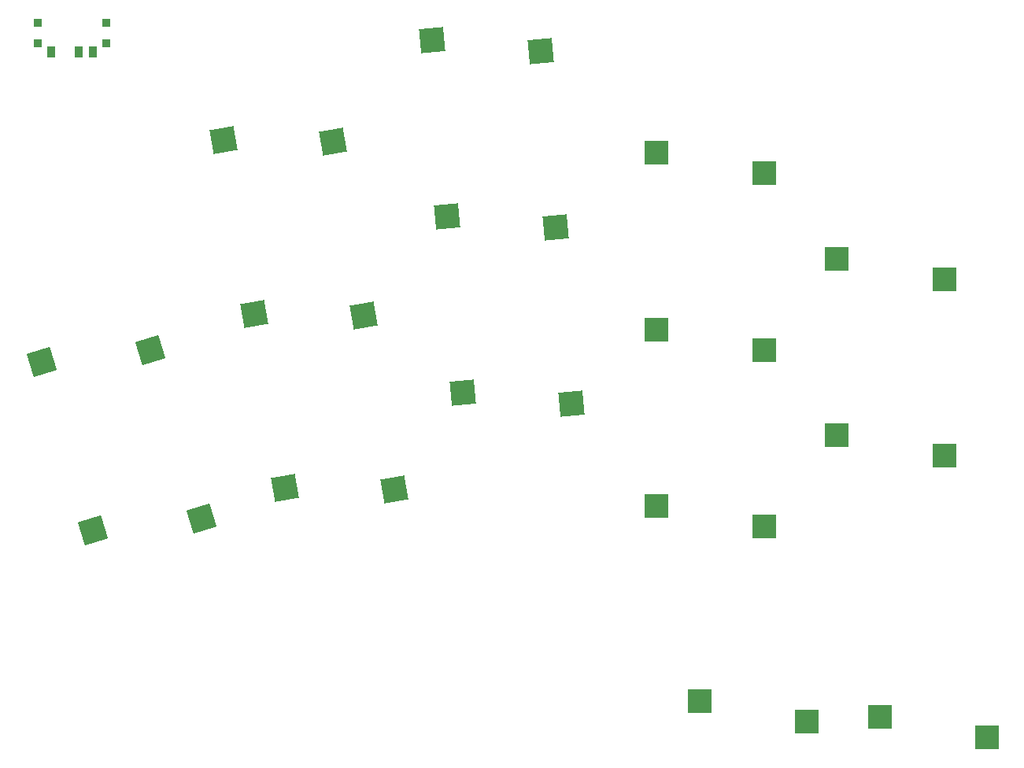
<source format=gbr>
%TF.GenerationSoftware,KiCad,Pcbnew,(6.0.4-0)*%
%TF.CreationDate,2022-07-26T17:28:23+02:00*%
%TF.ProjectId,wizza,77697a7a-612e-46b6-9963-61645f706362,v1.0.0*%
%TF.SameCoordinates,Original*%
%TF.FileFunction,Paste,Bot*%
%TF.FilePolarity,Positive*%
%FSLAX46Y46*%
G04 Gerber Fmt 4.6, Leading zero omitted, Abs format (unit mm)*
G04 Created by KiCad (PCBNEW (6.0.4-0)) date 2022-07-26 17:28:23*
%MOMM*%
%LPD*%
G01*
G04 APERTURE LIST*
G04 Aperture macros list*
%AMRotRect*
0 Rectangle, with rotation*
0 The origin of the aperture is its center*
0 $1 length*
0 $2 width*
0 $3 Rotation angle, in degrees counterclockwise*
0 Add horizontal line*
21,1,$1,$2,0,0,$3*%
G04 Aperture macros list end*
%ADD10R,0.900000X0.900000*%
%ADD11R,0.900000X1.250000*%
%ADD12RotRect,2.600000X2.600000X5.000000*%
%ADD13RotRect,2.600000X2.600000X10.000000*%
%ADD14RotRect,2.600000X2.600000X17.000000*%
%ADD15R,2.600000X2.600000*%
G04 APERTURE END LIST*
D10*
%TO.C,T2*%
X208650615Y-58006416D03*
X201250615Y-58006416D03*
X208650615Y-60206416D03*
X201250615Y-60206416D03*
D11*
X202700615Y-61181416D03*
X205700615Y-61181416D03*
X207200615Y-61181416D03*
%TD*%
D12*
%TO.C,S7*%
X245309708Y-78863793D03*
X257007500Y-80048773D03*
%TD*%
%TO.C,S8*%
X243653749Y-59936094D03*
X255351541Y-61121074D03*
%TD*%
D13*
%TO.C,S4*%
X224567967Y-89397588D03*
X236324524Y-89558529D03*
%TD*%
D14*
%TO.C,S1*%
X207226228Y-112686791D03*
X218914767Y-111413769D03*
%TD*%
D15*
%TO.C,S9*%
X267840599Y-110036366D03*
X279390600Y-112236367D03*
%TD*%
%TO.C,S12*%
X287240599Y-102436366D03*
X298790600Y-104636367D03*
%TD*%
%TO.C,S14*%
X272465599Y-131036366D03*
X284015600Y-133236367D03*
%TD*%
D13*
%TO.C,S3*%
X227867283Y-108108935D03*
X239623840Y-108269876D03*
%TD*%
D12*
%TO.C,S6*%
X246965668Y-97791492D03*
X258663460Y-98976472D03*
%TD*%
D15*
%TO.C,S15*%
X291865599Y-132746366D03*
X303415600Y-134946367D03*
%TD*%
%TO.C,S11*%
X267840599Y-72036366D03*
X279390600Y-74236367D03*
%TD*%
D14*
%TO.C,S2*%
X201671165Y-94517000D03*
X213359704Y-93243978D03*
%TD*%
D15*
%TO.C,S13*%
X287240599Y-83436366D03*
X298790600Y-85636367D03*
%TD*%
D13*
%TO.C,S5*%
X221268652Y-70686241D03*
X233025209Y-70847182D03*
%TD*%
D15*
%TO.C,S10*%
X267840599Y-91036366D03*
X279390600Y-93236367D03*
%TD*%
M02*

</source>
